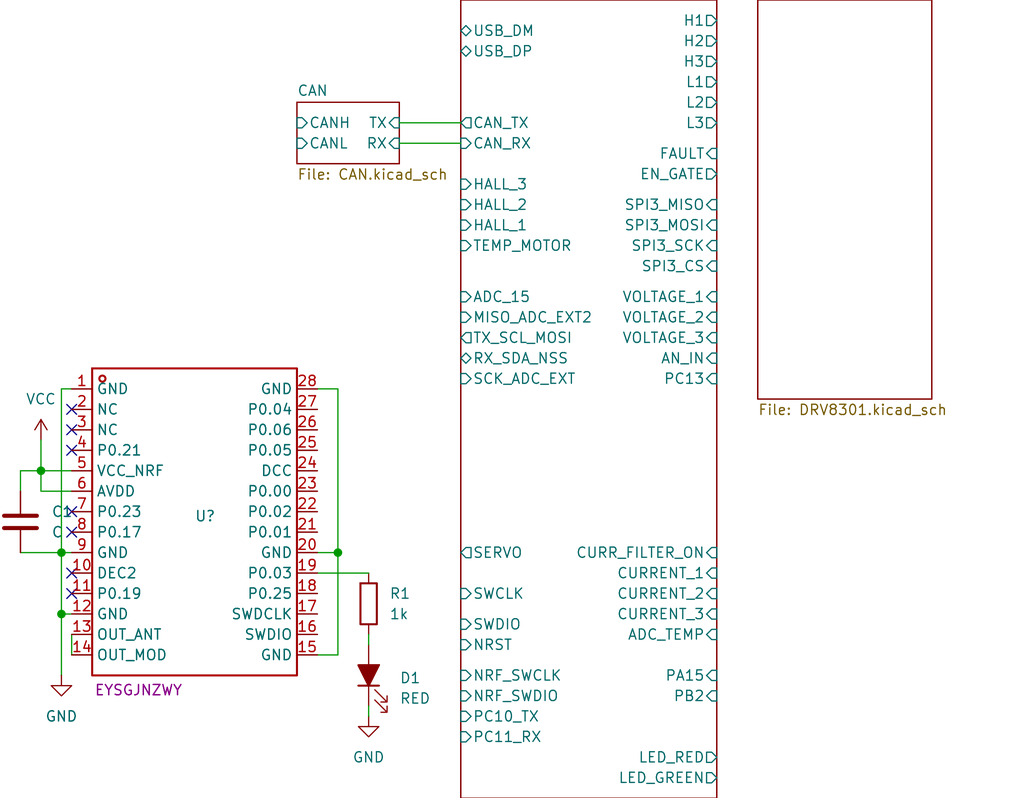
<source format=kicad_sch>
(kicad_sch (version 20231120) (generator "eeschema") (generator_version "8.0")
  (paper "User" 127 99.06)
  (lib_symbols
    (symbol "Device:C" (pin_numbers hide) (pin_names (offset 0.254))
      (property "Reference" "C" (at 0.635 2.54 0))
      (property "Value" "C" (at 0.635 -2.54 0))
      (symbol "C_0_1"
        (polyline (pts (xy -2.032 -0.762) (xy 2.032 -0.762)) (stroke (width 0.508)))
        (polyline (pts (xy -2.032 0.762) (xy 2.032 0.762)) (stroke (width 0.508)))
      )
      (symbol "C_1_1"
        (pin passive line (at 0 3.81 270) (length 2.794) (name "~") (number "1"))
        (pin passive line (at 0 -3.81 90) (length 2.794) (name "~") (number "2"))
      )
    )
    (symbol "Device:LED_Filled" (pin_numbers hide) (pin_names (offset 1.016) hide)
      (property "Reference" "D" (at 0 2.54 0))
      (property "Value" "LED_Filled" (at 0 -2.54 0))
      (symbol "LED_Filled_0_1"
        (polyline (pts (xy -1.27 -1.27) (xy -1.27 1.27)) (stroke (width 0.254)))
        (polyline (pts (xy -1.27 0) (xy 1.27 0)))
        (polyline (pts (xy 1.27 -1.27) (xy 1.27 1.27) (xy -1.27 0) (xy 1.27 -1.27)) (stroke (width 0.254)) (fill (type outline)))
        (polyline (pts (xy -3.048 -0.762) (xy -4.572 -2.286) (xy -3.81 -2.286) (xy -4.572 -2.286) (xy -4.572 -1.524)))
        (polyline (pts (xy -1.778 -0.762) (xy -3.302 -2.286) (xy -2.54 -2.286) (xy -3.302 -2.286) (xy -3.302 -1.524)))
      )
      (symbol "LED_Filled_1_1"
        (pin passive line (at -3.81 0 0) (length 2.54) (name "K") (number "1"))
        (pin passive line (at 3.81 0 180) (length 2.54) (name "A") (number "2"))
      )
    )
    (symbol "Device:R" (pin_numbers hide) (pin_names (offset 0))
      (property "Reference" "R" (at 2.032 0 90))
      (property "Value" "R" (at 0 0 90))
      (symbol "R_0_1"
        (rectangle (start -1.016 -2.54) (end 1.016 2.54) (stroke (width 0.254)))
      )
      (symbol "R_1_1"
        (pin passive line (at 0 3.81 270) (length 1.27) (name "~") (number "1"))
        (pin passive line (at 0 -3.81 90) (length 1.27) (name "~") (number "2"))
      )
    )
    (symbol "eskate-altium-import:root_0_EYSGJNZWY"
      (symbol "root_0_EYSGJNZWY_1_0"
        (rectangle (start -12.7 19.05) (end 12.7 -19.05) (stroke (width 0.254) (color 160 0 0 1)))
        (circle (center -11.43 17.78) (radius 0.381) (stroke (width 0.254) (color 160 0 0 1)))
        (pin passive line (at -15.24 16.51 0) (length 2.54) (name "GND") (number "1"))
        (pin passive line (at -15.24 -6.35 0) (length 2.54) (name "DEC2") (number "10"))
        (pin passive line (at -15.24 -8.89 0) (length 2.54) (name "P0.19") (number "11"))
        (pin passive line (at -15.24 -11.43 0) (length 2.54) (name "GND") (number "12"))
        (pin passive line (at -15.24 -13.97 0) (length 2.54) (name "OUT_ANT") (number "13"))
        (pin passive line (at -15.24 -16.51 0) (length 2.54) (name "OUT_MOD") (number "14"))
        (pin passive line (at 15.24 -16.51 180) (length 2.54) (name "GND") (number "15"))
        (pin passive line (at 15.24 -13.97 180) (length 2.54) (name "SWDIO") (number "16"))
        (pin passive line (at 15.24 -11.43 180) (length 2.54) (name "SWDCLK") (number "17"))
        (pin passive line (at 15.24 -8.89 180) (length 2.54) (name "P0.25") (number "18"))
        (pin passive line (at 15.24 -6.35 180) (length 2.54) (name "P0.03") (number "19"))
        (pin passive line (at -15.24 13.97 0) (length 2.54) (name "NC") (number "2"))
        (pin passive line (at 15.24 -3.81 180) (length 2.54) (name "GND") (number "20"))
        (pin passive line (at 15.24 -1.27 180) (length 2.54) (name "P0.01") (number "21"))
        (pin passive line (at 15.24 1.27 180) (length 2.54) (name "P0.02") (number "22"))
        (pin passive line (at 15.24 3.81 180) (length 2.54) (name "P0.00") (number "23"))
        (pin passive line (at 15.24 6.35 180) (length 2.54) (name "DCC") (number "24"))
        (pin passive line (at 15.24 8.89 180) (length 2.54) (name "P0.05") (number "25"))
        (pin passive line (at 15.24 11.43 180) (length 2.54) (name "P0.06") (number "26"))
        (pin passive line (at 15.24 13.97 180) (length 2.54) (name "P0.04") (number "27"))
        (pin passive line (at 15.24 16.51 180) (length 2.54) (name "GND") (number "28"))
        (pin passive line (at -15.24 11.43 0) (length 2.54) (name "NC") (number "3"))
        (pin passive line (at -15.24 8.89 0) (length 2.54) (name "P0.21") (number "4"))
        (pin passive line (at -15.24 6.35 0) (length 2.54) (name "VCC_NRF") (number "5"))
        (pin passive line (at -15.24 3.81 0) (length 2.54) (name "AVDD") (number "6"))
        (pin passive line (at -15.24 1.27 0) (length 2.54) (name "P0.23") (number "7"))
        (pin passive line (at -15.24 -1.27 0) (length 2.54) (name "P0.17") (number "8"))
        (pin passive line (at -15.24 -3.81 0) (length 2.54) (name "GND") (number "9"))
      )
    )
    (symbol "power:GND" (power) (pin_numbers hide) (pin_names (offset 0) hide)
      (property "Value" "GND" (at 0 -3.81 0))
      (symbol "GND_0_1"
        (polyline (pts (xy 0 0) (xy 0 -1.27) (xy 1.27 -1.27) (xy 0 -2.54) (xy -1.27 -1.27) (xy 0 -1.27)))
      )
      (symbol "GND_1_1"
        (pin power_in line (at 0 0 270) (length 0) (name "~") (number "1"))
      )
    )
    (symbol "power:VCC" (power) (pin_numbers hide) (pin_names (offset 0) hide)
      (property "Value" "VCC" (at 0 3.556 0))
      (symbol "VCC_0_1"
        (polyline (pts (xy -0.762 1.27) (xy 0 2.54)))
        (polyline (pts (xy 0 0) (xy 0 2.54)))
        (polyline (pts (xy 0 2.54) (xy 0.762 1.27)))
      )
      (symbol "VCC_1_1"
        (pin power_in line (at 0 0 90) (length 0) (name "~") (number "1"))
      )
    )
  )
  (junction (at 7.62 68.58))
  (junction (at 41.91 68.58))
  (junction (at 5.08 58.42))
  (junction (at 7.62 76.2))
  (no_connect (at 8.89 53.34))
  (no_connect (at 8.89 71.12))
  (no_connect (at 8.89 55.88))
  (no_connect (at 8.89 63.5))
  (no_connect (at 8.89 50.8))
  (no_connect (at 8.89 66.04))
  (no_connect (at 8.89 73.66))
  (wire (pts (xy 7.62 68.58) (xy 7.62 76.2)))
  (wire (pts (xy 5.08 58.42) (xy 2.54 58.42)))
  (wire (pts (xy 5.08 54.61) (xy 5.08 58.42)))
  (wire (pts (xy 39.37 71.12) (xy 45.72 71.12)))
  (wire (pts (xy 45.72 87.63) (xy 45.72 88.9)))
  (wire (pts (xy 41.91 48.26) (xy 41.91 68.58)))
  (wire (pts (xy 8.89 78.74) (xy 8.89 81.28)))
  (wire (pts (xy 45.72 78.74) (xy 45.72 80.01)))
  (wire (pts (xy 39.37 48.26) (xy 41.91 48.26)))
  (wire (pts (xy 49.53 17.78) (xy 57.15 17.78)))
  (wire (pts (xy 8.89 60.96) (xy 5.08 60.96)))
  (wire (pts (xy 7.62 76.2) (xy 7.62 83.82)))
  (wire (pts (xy 41.91 68.58) (xy 39.37 68.58)))
  (wire (pts (xy 8.89 48.26) (xy 7.62 48.26)))
  (wire (pts (xy 39.37 81.28) (xy 41.91 81.28)))
  (wire (pts (xy 49.53 15.24) (xy 57.15 15.24)))
  (wire (pts (xy 7.62 76.2) (xy 8.89 76.2)))
  (wire (pts (xy 41.91 81.28) (xy 41.91 68.58)))
  (wire (pts (xy 5.08 60.96) (xy 5.08 58.42)))
  (wire (pts (xy 7.62 68.58) (xy 8.89 68.58)))
  (wire (pts (xy 5.08 58.42) (xy 8.89 58.42)))
  (wire (pts (xy 7.62 48.26) (xy 7.62 68.58)))
  (wire (pts (xy 2.54 58.42) (xy 2.54 60.96)))
  (wire (pts (xy 2.54 68.58) (xy 7.62 68.58)))
  (symbol (lib_id "Device:LED_Filled") (at 45.72 83.82 90) (unit 1)
    (property "Reference" "D1" (at 49.53 84.1374 90) (effects (justify right)))
    (property "Value" "RED" (at 49.53 86.6774 90) (effects (justify right)))
    (property "Description" "Light emitting diode, filled shape" (effects (hide yes)))
  )
  (symbol (lib_id "Device:R") (at 45.72 74.93 0) (unit 1)
    (property "Reference" "R1" (at 48.26 73.6599 0) (effects (justify left)))
    (property "Value" "1k" (at 48.26 76.1999 0) (effects (justify left)))
    (property "Description" "Resistor" (effects (hide yes)))
  )
  (symbol (lib_id "power:VCC") (at 5.08 54.61 0) (unit 1)
    (property "Reference" "#PWR01" (effects (hide yes)))
    (property "Value" "VCC" (at 5.08 49.53 0))
    (property "Description" "Power symbol creates a global label with name \"VCC\"" (effects (hide yes)))
  )
  (symbol (lib_id "Device:C") (at 2.54 64.77 0) (unit 1)
    (property "Reference" "C1" (at 6.35 63.4999 0) (effects (justify left)))
    (property "Value" "C" (at 6.35 66.0399 0) (effects (justify left)))
    (property "Description" "Unpolarized capacitor" (effects (hide yes)))
  )
  (symbol (lib_id "eskate-altium-import:root_0_EYSGJNZWY") (at 24.13 64.77 0) (unit 1)
    (property "Reference" "U?" (at 24.13 64.77 0) (effects (justify left bottom)))
    (property "Value" "${MANUFACTURER PART}" (effects (hide yes)))
    (property "Footprint" "WIRELM-SMD_EYSGJNAWY-WX" (effects (hide yes)))
    (property "SYMBOL" "EYSGJNZWY" (at 11.684 86.36 0) (effects (justify left bottom)))
    (property "DEVICE" "EYSGJNZWY" (effects (hide yes)))
    (property "LCSC PART NAME" "EYSGJNZWY" (effects (hide yes)))
    (property "SUPPLIER PART" "C2151959" (effects (hide yes)))
    (property "MANUFACTURER" "TAIYO YUDEN(太诱)" (effects (hide yes)))
    (property "MANUFACTURER PART" "EYSGJNZWY" (effects (hide yes)))
    (property "SUPPLIER FOOTPRINT" "SMD-28P" (effects (hide yes)))
    (property "JLCPCB PART CLASS" "Extended Part" (effects (hide yes)))
    (property "DATASHEET" "https://atta.szlcsc.com/upload/public/pdf/source/20210505/60A1B5BDDC2D0BDDFF432CCACC8543B8.pdf" (effects (hide yes)))
    (property "SUPPLIER" "LCSC" (effects (hide yes)))
    (property "ADD INTO BOM" "yes" (effects (hide yes)))
    (property "CONVERT TO PCB" "yes" (effects (hide yes)))
  )
  (symbol (lib_id "power:GND") (at 7.62 83.82 0) (unit 1)
    (property "Reference" "#PWR02" (effects (hide yes)))
    (property "Value" "GND" (at 7.62 88.9 0))
    (property "Description" "Power symbol creates a global label with name \"GND\" , ground" (effects (hide yes)))
  )
  (symbol (lib_id "power:GND") (at 45.72 88.9 0) (unit 1)
    (property "Reference" "#PWR03" (effects (hide yes)))
    (property "Value" "GND" (at 45.72 93.98 0))
    (property "Description" "Power symbol creates a global label with name \"GND\" , ground" (effects (hide yes)))
  )
  (sheet (at 36.83 12.7) (size 12.7 7.62) (stroke (width 0.1524))
    (property "Sheetname" "CAN" (at 36.83 11.9884 0) (effects (justify left bottom)))
    (property "Sheetfile" "CAN.kicad_sch" (at 36.83 20.9046 0) (effects (justify left top)))
    (pin "CANH" input (at 36.83 15.24 180))
    (pin "CANL" input (at 36.83 17.78 180))
    (pin "TX" input (at 49.53 15.24 0))
    (pin "RX" input (at 49.53 17.78 0))
  )
  (sheet (at 93.98 0) (size 21.59 49.53) (stroke (width 0.1524))
    (property "Sheetname" "DRV8301" (at 93.98 -0.7116 0) (effects (justify left bottom)))
    (property "Sheetfile" "DRV8301.kicad_sch" (at 93.98 50.1146 0) (effects (justify left top)))
  )
  (sheet (at 57.15 0) (size 31.75 99.06) (stroke (width 0.1524))
    (property "Sheetname" "MCU" (at 57.15 -0.7116 0) (effects (justify left bottom)))
    (property "Sheetfile" "MCU.kicad_sch" (at 57.15 99.6446 0) (effects (justify left top)))
    (pin "PC13" input (at 88.9 46.99 0))
    (pin "PC11_RX" input (at 57.15 91.44 180))
    (pin "PC10_TX" input (at 57.15 88.9 180))
    (pin "L1" output (at 88.9 10.16 0))
    (pin "L2" output (at 88.9 12.7 0))
    (pin "L3" output (at 88.9 15.24 0))
    (pin "CURR_FILTER_ON" input (at 88.9 68.58 0))
    (pin "CURRENT_1" input (at 88.9 71.12 0))
    (pin "ADC_15" input (at 57.15 36.83 180))
    (pin "TEMP_MOTOR" input (at 57.15 30.48 180))
    (pin "AN_IN" input (at 88.9 44.45 0))
    (pin "CURRENT_3" input (at 88.9 76.2 0))
    (pin "CURRENT_2" input (at 88.9 73.66 0))
    (pin "SPI3_SCK" input (at 88.9 30.48 0))
    (pin "SPI3_CS" input (at 88.9 33.02 0))
    (pin "HALL_1" input (at 57.15 27.94 180))
    (pin "HALL_2" input (at 57.15 25.4 180))
    (pin "HALL_3" input (at 57.15 22.86 180))
    (pin "SWDIO" input (at 57.15 77.47 180))
    (pin "SWCLK" input (at 57.15 73.66 180))
    (pin "PA15" input (at 88.9 83.82 0))
    (pin "LED_GREEN" output (at 88.9 96.52 0))
    (pin "LED_RED" output (at 88.9 93.98 0))
    (pin "SPI3_MISO" input (at 88.9 25.4 0))
    (pin "SPI3_MOSI" input (at 88.9 27.94 0))
    (pin "VOLTAGE_1" input (at 88.9 36.83 0))
    (pin "VOLTAGE_2" input (at 88.9 39.37 0))
    (pin "VOLTAGE_3" input (at 88.9 41.91 0))
    (pin "ADC_TEMP" input (at 88.9 78.74 0))
    (pin "NRF_SWCLK" input (at 57.15 83.82 180))
    (pin "SCK_ADC_EXT" input (at 57.15 46.99 180))
    (pin "MISO_ADC_EXT2" input (at 57.15 39.37 180))
    (pin "TX_SCL_MOSI" output (at 57.15 41.91 180))
    (pin "H1" output (at 88.9 2.54 0))
    (pin "H2" output (at 88.9 5.08 0))
    (pin "H3" output (at 88.9 7.62 0))
    (pin "USB_DM" bidirectional (at 57.15 3.81 180))
    (pin "USB_DP" bidirectional (at 57.15 6.35 180))
    (pin "EN_GATE" output (at 88.9 21.59 0))
    (pin "PB2" input (at 88.9 86.36 0))
    (pin "SERVO" output (at 57.15 68.58 180))
    (pin "FAULT" input (at 88.9 19.05 0))
    (pin "CAN_RX" input (at 57.15 17.78 180))
    (pin "CAN_TX" output (at 57.15 15.24 180))
    (pin "RX_SDA_NSS" bidirectional (at 57.15 44.45 180))
    (pin "NRF_SWDIO" input (at 57.15 86.36 180))
    (pin "NRST" input (at 57.15 80.01 180))
  )
)
</source>
